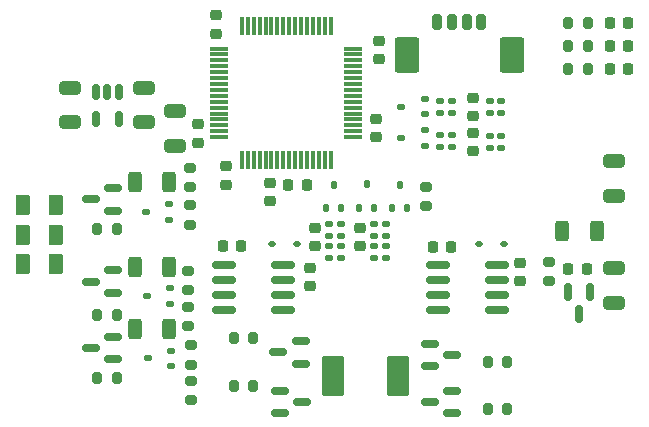
<source format=gtp>
%TF.GenerationSoftware,KiCad,Pcbnew,8.0.2-8.0.2-0~ubuntu22.04.1*%
%TF.CreationDate,2024-05-15T13:15:59-07:00*%
%TF.ProjectId,JPBms2,4a50426d-7332-42e6-9b69-6361645f7063,rev?*%
%TF.SameCoordinates,Original*%
%TF.FileFunction,Paste,Top*%
%TF.FilePolarity,Positive*%
%FSLAX46Y46*%
G04 Gerber Fmt 4.6, Leading zero omitted, Abs format (unit mm)*
G04 Created by KiCad (PCBNEW 8.0.2-8.0.2-0~ubuntu22.04.1) date 2024-05-15 13:15:59*
%MOMM*%
%LPD*%
G01*
G04 APERTURE LIST*
G04 Aperture macros list*
%AMRoundRect*
0 Rectangle with rounded corners*
0 $1 Rounding radius*
0 $2 $3 $4 $5 $6 $7 $8 $9 X,Y pos of 4 corners*
0 Add a 4 corners polygon primitive as box body*
4,1,4,$2,$3,$4,$5,$6,$7,$8,$9,$2,$3,0*
0 Add four circle primitives for the rounded corners*
1,1,$1+$1,$2,$3*
1,1,$1+$1,$4,$5*
1,1,$1+$1,$6,$7*
1,1,$1+$1,$8,$9*
0 Add four rect primitives between the rounded corners*
20,1,$1+$1,$2,$3,$4,$5,0*
20,1,$1+$1,$4,$5,$6,$7,0*
20,1,$1+$1,$6,$7,$8,$9,0*
20,1,$1+$1,$8,$9,$2,$3,0*%
G04 Aperture macros list end*
%ADD10RoundRect,0.218750X0.218750X0.256250X-0.218750X0.256250X-0.218750X-0.256250X0.218750X-0.256250X0*%
%ADD11RoundRect,0.072000X-0.828000X-1.628000X0.828000X-1.628000X0.828000X1.628000X-0.828000X1.628000X0*%
%ADD12RoundRect,0.135000X0.185000X-0.135000X0.185000X0.135000X-0.185000X0.135000X-0.185000X-0.135000X0*%
%ADD13RoundRect,0.225000X0.250000X-0.225000X0.250000X0.225000X-0.250000X0.225000X-0.250000X-0.225000X0*%
%ADD14RoundRect,0.112500X-0.112500X-0.237500X0.112500X-0.237500X0.112500X0.237500X-0.112500X0.237500X0*%
%ADD15RoundRect,0.150000X-0.150000X0.587500X-0.150000X-0.587500X0.150000X-0.587500X0.150000X0.587500X0*%
%ADD16RoundRect,0.200000X-0.200000X-0.275000X0.200000X-0.275000X0.200000X0.275000X-0.200000X0.275000X0*%
%ADD17RoundRect,0.225000X0.225000X0.250000X-0.225000X0.250000X-0.225000X-0.250000X0.225000X-0.250000X0*%
%ADD18RoundRect,0.250000X-0.375000X-0.625000X0.375000X-0.625000X0.375000X0.625000X-0.375000X0.625000X0*%
%ADD19RoundRect,0.250000X0.650000X-0.325000X0.650000X0.325000X-0.650000X0.325000X-0.650000X-0.325000X0*%
%ADD20RoundRect,0.135000X-0.185000X0.135000X-0.185000X-0.135000X0.185000X-0.135000X0.185000X0.135000X0*%
%ADD21RoundRect,0.225000X-0.250000X0.225000X-0.250000X-0.225000X0.250000X-0.225000X0.250000X0.225000X0*%
%ADD22RoundRect,0.200000X-0.275000X0.200000X-0.275000X-0.200000X0.275000X-0.200000X0.275000X0.200000X0*%
%ADD23RoundRect,0.112500X0.237500X-0.112500X0.237500X0.112500X-0.237500X0.112500X-0.237500X-0.112500X0*%
%ADD24RoundRect,0.250000X-0.312500X-0.625000X0.312500X-0.625000X0.312500X0.625000X-0.312500X0.625000X0*%
%ADD25RoundRect,0.200000X0.200000X0.275000X-0.200000X0.275000X-0.200000X-0.275000X0.200000X-0.275000X0*%
%ADD26RoundRect,0.150000X-0.150000X0.512500X-0.150000X-0.512500X0.150000X-0.512500X0.150000X0.512500X0*%
%ADD27RoundRect,0.250000X-0.650000X0.325000X-0.650000X-0.325000X0.650000X-0.325000X0.650000X0.325000X0*%
%ADD28RoundRect,0.112500X-0.187500X-0.112500X0.187500X-0.112500X0.187500X0.112500X-0.187500X0.112500X0*%
%ADD29RoundRect,0.150000X0.587500X0.150000X-0.587500X0.150000X-0.587500X-0.150000X0.587500X-0.150000X0*%
%ADD30RoundRect,0.200000X-0.200000X-0.450000X0.200000X-0.450000X0.200000X0.450000X-0.200000X0.450000X0*%
%ADD31RoundRect,0.250001X-0.799999X-1.249999X0.799999X-1.249999X0.799999X1.249999X-0.799999X1.249999X0*%
%ADD32RoundRect,0.150000X-0.825000X-0.150000X0.825000X-0.150000X0.825000X0.150000X-0.825000X0.150000X0*%
%ADD33RoundRect,0.150000X-0.587500X-0.150000X0.587500X-0.150000X0.587500X0.150000X-0.587500X0.150000X0*%
%ADD34RoundRect,0.075000X0.075000X-0.700000X0.075000X0.700000X-0.075000X0.700000X-0.075000X-0.700000X0*%
%ADD35RoundRect,0.075000X0.700000X-0.075000X0.700000X0.075000X-0.700000X0.075000X-0.700000X-0.075000X0*%
G04 APERTURE END LIST*
D10*
%TO.C,D4*%
X154750000Y-64330000D03*
X153175000Y-64330000D03*
%TD*%
D11*
%TO.C,L1*%
X129755000Y-94220000D03*
X135255000Y-94220000D03*
%TD*%
D12*
%TO.C,R9*%
X134200000Y-84200000D03*
X134200000Y-83180000D03*
%TD*%
D13*
%TO.C,C19*%
X127800000Y-86575000D03*
X127800000Y-85025000D03*
%TD*%
D14*
%TO.C,D2*%
X129150000Y-80000000D03*
X130450000Y-80000000D03*
X129800000Y-78000000D03*
%TD*%
D15*
%TO.C,U1*%
X151498500Y-87082500D03*
X149598500Y-87082500D03*
X150548500Y-88957500D03*
%TD*%
D16*
%TO.C,R19*%
X109775000Y-94400000D03*
X111425000Y-94400000D03*
%TD*%
D17*
%TO.C,C15*%
X121975000Y-83200000D03*
X120425000Y-83200000D03*
%TD*%
D18*
%TO.C,F2*%
X103480000Y-82220000D03*
X106280000Y-82220000D03*
%TD*%
D10*
%TO.C,D6*%
X154750000Y-68220000D03*
X153175000Y-68220000D03*
%TD*%
D19*
%TO.C,C4*%
X107500000Y-72725000D03*
X107500000Y-69775000D03*
%TD*%
D16*
%TO.C,R15*%
X121350000Y-91000000D03*
X123000000Y-91000000D03*
%TD*%
D20*
%TO.C,R31*%
X138800000Y-70890000D03*
X138800000Y-71910000D03*
%TD*%
D17*
%TO.C,C1*%
X151211500Y-85128000D03*
X149661500Y-85128000D03*
%TD*%
D21*
%TO.C,C12*%
X133400000Y-72425000D03*
X133400000Y-73975000D03*
%TD*%
D22*
%TO.C,R22*%
X117729000Y-91590000D03*
X117729000Y-93240000D03*
%TD*%
D23*
%TO.C,Q10*%
X115875000Y-80950000D03*
X115875000Y-79650000D03*
X113875000Y-80300000D03*
%TD*%
D24*
%TO.C,R28*%
X112937500Y-85000000D03*
X115862500Y-85000000D03*
%TD*%
D25*
%TO.C,R18*%
X144500000Y-97000000D03*
X142850000Y-97000000D03*
%TD*%
D20*
%TO.C,R33*%
X143000000Y-70890000D03*
X143000000Y-71910000D03*
%TD*%
D16*
%TO.C,R12*%
X149675000Y-64330000D03*
X151325000Y-64330000D03*
%TD*%
D12*
%TO.C,R4*%
X129400000Y-84200000D03*
X129400000Y-83180000D03*
%TD*%
D26*
%TO.C,U2*%
X111592500Y-70132500D03*
X110642500Y-70132500D03*
X109692500Y-70132500D03*
X109692500Y-72407500D03*
X111592500Y-72407500D03*
%TD*%
D21*
%TO.C,C10*%
X133600000Y-65825000D03*
X133600000Y-67375000D03*
%TD*%
D27*
%TO.C,C3*%
X153500000Y-85025000D03*
X153500000Y-87975000D03*
%TD*%
D19*
%TO.C,C8*%
X116336748Y-74689253D03*
X116336748Y-71739253D03*
%TD*%
D12*
%TO.C,R8*%
X133200000Y-84200000D03*
X133200000Y-83180000D03*
%TD*%
D22*
%TO.C,R26*%
X117475000Y-88352000D03*
X117475000Y-90002000D03*
%TD*%
D14*
%TO.C,D3*%
X131950000Y-79978000D03*
X133250000Y-79978000D03*
X132600000Y-77978000D03*
%TD*%
D28*
%TO.C,D9*%
X124550000Y-83000000D03*
X126650000Y-83000000D03*
%TD*%
D29*
%TO.C,Q7*%
X111137500Y-80200000D03*
X111137500Y-78300000D03*
X109262500Y-79250000D03*
%TD*%
D21*
%TO.C,C13*%
X120650000Y-76441000D03*
X120650000Y-77991000D03*
%TD*%
D20*
%TO.C,R6*%
X130400000Y-81290000D03*
X130400000Y-82310000D03*
%TD*%
D24*
%TO.C,R29*%
X112937500Y-90200000D03*
X115862500Y-90200000D03*
%TD*%
D30*
%TO.C,UART1*%
X138557000Y-64262000D03*
X139807000Y-64262000D03*
X141057000Y-64262000D03*
X142307000Y-64262000D03*
D31*
X136007000Y-67012000D03*
X144857000Y-67012000D03*
%TD*%
D13*
%TO.C,C17*%
X141600000Y-72175000D03*
X141600000Y-70625000D03*
%TD*%
D10*
%TO.C,D5*%
X154750000Y-66220000D03*
X153175000Y-66220000D03*
%TD*%
D23*
%TO.C,Q8*%
X116062500Y-93360000D03*
X116062500Y-92060000D03*
X114062500Y-92710000D03*
%TD*%
D13*
%TO.C,C11*%
X118280000Y-74435000D03*
X118280000Y-72885000D03*
%TD*%
%TO.C,C7*%
X132000000Y-83175000D03*
X132000000Y-81625000D03*
%TD*%
D22*
%TO.C,R27*%
X117625000Y-79725000D03*
X117625000Y-81375000D03*
%TD*%
D23*
%TO.C,Q9*%
X115973417Y-88084222D03*
X115973417Y-86784222D03*
X113973417Y-87434222D03*
%TD*%
D14*
%TO.C,D1*%
X134732000Y-79994000D03*
X136032000Y-79994000D03*
X135382000Y-77994000D03*
%TD*%
D20*
%TO.C,R32*%
X139800000Y-70890000D03*
X139800000Y-71910000D03*
%TD*%
D23*
%TO.C,D8*%
X137523000Y-74679000D03*
X137523000Y-73379000D03*
X135523000Y-74029000D03*
%TD*%
D21*
%TO.C,C14*%
X124400000Y-77825000D03*
X124400000Y-79375000D03*
%TD*%
D22*
%TO.C,R1*%
X137600000Y-78175000D03*
X137600000Y-79825000D03*
%TD*%
D19*
%TO.C,C5*%
X113750000Y-72725000D03*
X113750000Y-69775000D03*
%TD*%
D12*
%TO.C,R35*%
X139804089Y-74823670D03*
X139804089Y-73803670D03*
%TD*%
D22*
%TO.C,R2*%
X148048500Y-84520000D03*
X148048500Y-86170000D03*
%TD*%
D17*
%TO.C,C16*%
X139750000Y-83250000D03*
X138200000Y-83250000D03*
%TD*%
D16*
%TO.C,R16*%
X121350000Y-95000000D03*
X123000000Y-95000000D03*
%TD*%
D24*
%TO.C,R30*%
X112937500Y-77800000D03*
X115862500Y-77800000D03*
%TD*%
%TO.C,R3*%
X149159500Y-81915000D03*
X152084500Y-81915000D03*
%TD*%
D13*
%TO.C,C6*%
X128200000Y-83175000D03*
X128200000Y-81625000D03*
%TD*%
D22*
%TO.C,R25*%
X117729000Y-94575000D03*
X117729000Y-96225000D03*
%TD*%
D16*
%TO.C,R21*%
X109775000Y-81788000D03*
X111425000Y-81788000D03*
%TD*%
D13*
%TO.C,C20*%
X145600000Y-86175000D03*
X145600000Y-84625000D03*
%TD*%
D23*
%TO.C,D7*%
X137539000Y-72027000D03*
X137539000Y-70727000D03*
X135539000Y-71377000D03*
%TD*%
D13*
%TO.C,C18*%
X141600000Y-75175000D03*
X141600000Y-73625000D03*
%TD*%
D32*
%TO.C,U4*%
X120525000Y-84815000D03*
X120525000Y-86085000D03*
X120525000Y-87355000D03*
X120525000Y-88625000D03*
X125475000Y-88625000D03*
X125475000Y-87355000D03*
X125475000Y-86085000D03*
X125475000Y-84815000D03*
%TD*%
D19*
%TO.C,C2*%
X153500000Y-78975000D03*
X153500000Y-76025000D03*
%TD*%
D18*
%TO.C,F1*%
X103480000Y-79720000D03*
X106280000Y-79720000D03*
%TD*%
D21*
%TO.C,C21*%
X119800000Y-63650000D03*
X119800000Y-65200000D03*
%TD*%
D16*
%TO.C,R20*%
X109775000Y-89000000D03*
X111425000Y-89000000D03*
%TD*%
D12*
%TO.C,R5*%
X130406216Y-84202550D03*
X130406216Y-83182550D03*
%TD*%
D20*
%TO.C,R10*%
X133200000Y-81290000D03*
X133200000Y-82310000D03*
%TD*%
D16*
%TO.C,R14*%
X149675000Y-68220000D03*
X151325000Y-68220000D03*
%TD*%
D29*
%TO.C,Q4*%
X139800000Y-97350000D03*
X139800000Y-95450000D03*
X137925000Y-96400000D03*
%TD*%
D17*
%TO.C,C9*%
X127521000Y-78000000D03*
X125971000Y-78000000D03*
%TD*%
D29*
%TO.C,Q1*%
X127000000Y-93150000D03*
X127000000Y-91250000D03*
X125125000Y-92200000D03*
%TD*%
D12*
%TO.C,R36*%
X138800000Y-74820000D03*
X138800000Y-73800000D03*
%TD*%
D29*
%TO.C,Q5*%
X111137500Y-92750000D03*
X111137500Y-90850000D03*
X109262500Y-91800000D03*
%TD*%
D33*
%TO.C,Q3*%
X125217500Y-95450000D03*
X125217500Y-97350000D03*
X127092500Y-96400000D03*
%TD*%
D28*
%TO.C,D10*%
X142100000Y-83000000D03*
X144200000Y-83000000D03*
%TD*%
D22*
%TO.C,R24*%
X117625000Y-76550000D03*
X117625000Y-78200000D03*
%TD*%
D29*
%TO.C,Q6*%
X111137500Y-87150000D03*
X111137500Y-85250000D03*
X109262500Y-86200000D03*
%TD*%
D22*
%TO.C,R23*%
X117475000Y-85303000D03*
X117475000Y-86953000D03*
%TD*%
D18*
%TO.C,F3*%
X103480000Y-84720000D03*
X106280000Y-84720000D03*
%TD*%
D32*
%TO.C,U5*%
X138655000Y-84815000D03*
X138655000Y-86085000D03*
X138655000Y-87355000D03*
X138655000Y-88625000D03*
X143605000Y-88625000D03*
X143605000Y-87355000D03*
X143605000Y-86085000D03*
X143605000Y-84815000D03*
%TD*%
D20*
%TO.C,R7*%
X129402725Y-81308650D03*
X129402725Y-82328650D03*
%TD*%
%TO.C,R11*%
X134194447Y-81292464D03*
X134194447Y-82312464D03*
%TD*%
%TO.C,R34*%
X144000000Y-70890000D03*
X144000000Y-71910000D03*
%TD*%
D34*
%TO.C,U3*%
X122030000Y-75895000D03*
X122530000Y-75895000D03*
X123030000Y-75895000D03*
X123530000Y-75895000D03*
X124030000Y-75895000D03*
X124530000Y-75895000D03*
X125030000Y-75895000D03*
X125530000Y-75895000D03*
X126030000Y-75895000D03*
X126530000Y-75895000D03*
X127030000Y-75895000D03*
X127530000Y-75895000D03*
X128030000Y-75895000D03*
X128530000Y-75895000D03*
X129030000Y-75895000D03*
X129530000Y-75895000D03*
D35*
X131455000Y-73970000D03*
X131455000Y-73470000D03*
X131455000Y-72970000D03*
X131455000Y-72470000D03*
X131455000Y-71970000D03*
X131455000Y-71470000D03*
X131455000Y-70970000D03*
X131455000Y-70470000D03*
X131455000Y-69970000D03*
X131455000Y-69470000D03*
X131455000Y-68970000D03*
X131455000Y-68470000D03*
X131455000Y-67970000D03*
X131455000Y-67470000D03*
X131455000Y-66970000D03*
X131455000Y-66470000D03*
D34*
X129530000Y-64545000D03*
X129030000Y-64545000D03*
X128530000Y-64545000D03*
X128030000Y-64545000D03*
X127530000Y-64545000D03*
X127030000Y-64545000D03*
X126530000Y-64545000D03*
X126030000Y-64545000D03*
X125530000Y-64545000D03*
X125030000Y-64545000D03*
X124530000Y-64545000D03*
X124030000Y-64545000D03*
X123530000Y-64545000D03*
X123030000Y-64545000D03*
X122530000Y-64545000D03*
X122030000Y-64545000D03*
D35*
X120105000Y-66470000D03*
X120105000Y-66970000D03*
X120105000Y-67470000D03*
X120105000Y-67970000D03*
X120105000Y-68470000D03*
X120105000Y-68970000D03*
X120105000Y-69470000D03*
X120105000Y-69970000D03*
X120105000Y-70470000D03*
X120105000Y-70970000D03*
X120105000Y-71470000D03*
X120105000Y-71970000D03*
X120105000Y-72470000D03*
X120105000Y-72970000D03*
X120105000Y-73470000D03*
X120105000Y-73970000D03*
%TD*%
D16*
%TO.C,R13*%
X149675000Y-66220000D03*
X151325000Y-66220000D03*
%TD*%
D25*
%TO.C,R17*%
X144500000Y-93000000D03*
X142850000Y-93000000D03*
%TD*%
D33*
%TO.C,Q2*%
X137925000Y-91450000D03*
X137925000Y-93350000D03*
X139800000Y-92400000D03*
%TD*%
D20*
%TO.C,R37*%
X144000000Y-73890000D03*
X144000000Y-74910000D03*
%TD*%
%TO.C,R38*%
X143000000Y-73890000D03*
X143000000Y-74910000D03*
%TD*%
M02*

</source>
